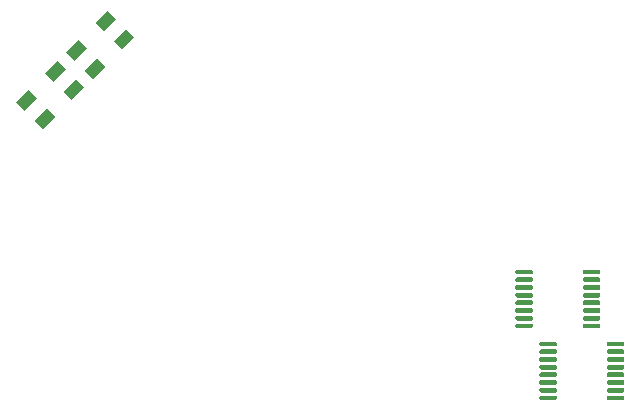
<source format=gbr>
%TF.GenerationSoftware,KiCad,Pcbnew,5.1.9*%
%TF.CreationDate,2021-04-14T19:17:29+02:00*%
%TF.ProjectId,custom-pcb,63757374-6f6d-42d7-9063-622e6b696361,rev?*%
%TF.SameCoordinates,Original*%
%TF.FileFunction,Paste,Top*%
%TF.FilePolarity,Positive*%
%FSLAX46Y46*%
G04 Gerber Fmt 4.6, Leading zero omitted, Abs format (unit mm)*
G04 Created by KiCad (PCBNEW 5.1.9) date 2021-04-14 19:17:29*
%MOMM*%
%LPD*%
G01*
G04 APERTURE LIST*
%ADD10C,0.100000*%
G04 APERTURE END LIST*
%TO.C,U2*%
G36*
G01*
X128568000Y-73041000D02*
X128568000Y-73241000D01*
G75*
G02*
X128468000Y-73341000I-100000J0D01*
G01*
X127193000Y-73341000D01*
G75*
G02*
X127093000Y-73241000I0J100000D01*
G01*
X127093000Y-73041000D01*
G75*
G02*
X127193000Y-72941000I100000J0D01*
G01*
X128468000Y-72941000D01*
G75*
G02*
X128568000Y-73041000I0J-100000D01*
G01*
G37*
G36*
G01*
X128568000Y-72391000D02*
X128568000Y-72591000D01*
G75*
G02*
X128468000Y-72691000I-100000J0D01*
G01*
X127193000Y-72691000D01*
G75*
G02*
X127093000Y-72591000I0J100000D01*
G01*
X127093000Y-72391000D01*
G75*
G02*
X127193000Y-72291000I100000J0D01*
G01*
X128468000Y-72291000D01*
G75*
G02*
X128568000Y-72391000I0J-100000D01*
G01*
G37*
G36*
G01*
X128568000Y-71741000D02*
X128568000Y-71941000D01*
G75*
G02*
X128468000Y-72041000I-100000J0D01*
G01*
X127193000Y-72041000D01*
G75*
G02*
X127093000Y-71941000I0J100000D01*
G01*
X127093000Y-71741000D01*
G75*
G02*
X127193000Y-71641000I100000J0D01*
G01*
X128468000Y-71641000D01*
G75*
G02*
X128568000Y-71741000I0J-100000D01*
G01*
G37*
G36*
G01*
X128568000Y-71091000D02*
X128568000Y-71291000D01*
G75*
G02*
X128468000Y-71391000I-100000J0D01*
G01*
X127193000Y-71391000D01*
G75*
G02*
X127093000Y-71291000I0J100000D01*
G01*
X127093000Y-71091000D01*
G75*
G02*
X127193000Y-70991000I100000J0D01*
G01*
X128468000Y-70991000D01*
G75*
G02*
X128568000Y-71091000I0J-100000D01*
G01*
G37*
G36*
G01*
X128568000Y-70441000D02*
X128568000Y-70641000D01*
G75*
G02*
X128468000Y-70741000I-100000J0D01*
G01*
X127193000Y-70741000D01*
G75*
G02*
X127093000Y-70641000I0J100000D01*
G01*
X127093000Y-70441000D01*
G75*
G02*
X127193000Y-70341000I100000J0D01*
G01*
X128468000Y-70341000D01*
G75*
G02*
X128568000Y-70441000I0J-100000D01*
G01*
G37*
G36*
G01*
X128568000Y-69791000D02*
X128568000Y-69991000D01*
G75*
G02*
X128468000Y-70091000I-100000J0D01*
G01*
X127193000Y-70091000D01*
G75*
G02*
X127093000Y-69991000I0J100000D01*
G01*
X127093000Y-69791000D01*
G75*
G02*
X127193000Y-69691000I100000J0D01*
G01*
X128468000Y-69691000D01*
G75*
G02*
X128568000Y-69791000I0J-100000D01*
G01*
G37*
G36*
G01*
X128568000Y-69141000D02*
X128568000Y-69341000D01*
G75*
G02*
X128468000Y-69441000I-100000J0D01*
G01*
X127193000Y-69441000D01*
G75*
G02*
X127093000Y-69341000I0J100000D01*
G01*
X127093000Y-69141000D01*
G75*
G02*
X127193000Y-69041000I100000J0D01*
G01*
X128468000Y-69041000D01*
G75*
G02*
X128568000Y-69141000I0J-100000D01*
G01*
G37*
G36*
G01*
X128568000Y-68491000D02*
X128568000Y-68691000D01*
G75*
G02*
X128468000Y-68791000I-100000J0D01*
G01*
X127193000Y-68791000D01*
G75*
G02*
X127093000Y-68691000I0J100000D01*
G01*
X127093000Y-68491000D01*
G75*
G02*
X127193000Y-68391000I100000J0D01*
G01*
X128468000Y-68391000D01*
G75*
G02*
X128568000Y-68491000I0J-100000D01*
G01*
G37*
G36*
G01*
X122843000Y-68491000D02*
X122843000Y-68691000D01*
G75*
G02*
X122743000Y-68791000I-100000J0D01*
G01*
X121468000Y-68791000D01*
G75*
G02*
X121368000Y-68691000I0J100000D01*
G01*
X121368000Y-68491000D01*
G75*
G02*
X121468000Y-68391000I100000J0D01*
G01*
X122743000Y-68391000D01*
G75*
G02*
X122843000Y-68491000I0J-100000D01*
G01*
G37*
G36*
G01*
X122843000Y-69141000D02*
X122843000Y-69341000D01*
G75*
G02*
X122743000Y-69441000I-100000J0D01*
G01*
X121468000Y-69441000D01*
G75*
G02*
X121368000Y-69341000I0J100000D01*
G01*
X121368000Y-69141000D01*
G75*
G02*
X121468000Y-69041000I100000J0D01*
G01*
X122743000Y-69041000D01*
G75*
G02*
X122843000Y-69141000I0J-100000D01*
G01*
G37*
G36*
G01*
X122843000Y-69791000D02*
X122843000Y-69991000D01*
G75*
G02*
X122743000Y-70091000I-100000J0D01*
G01*
X121468000Y-70091000D01*
G75*
G02*
X121368000Y-69991000I0J100000D01*
G01*
X121368000Y-69791000D01*
G75*
G02*
X121468000Y-69691000I100000J0D01*
G01*
X122743000Y-69691000D01*
G75*
G02*
X122843000Y-69791000I0J-100000D01*
G01*
G37*
G36*
G01*
X122843000Y-70441000D02*
X122843000Y-70641000D01*
G75*
G02*
X122743000Y-70741000I-100000J0D01*
G01*
X121468000Y-70741000D01*
G75*
G02*
X121368000Y-70641000I0J100000D01*
G01*
X121368000Y-70441000D01*
G75*
G02*
X121468000Y-70341000I100000J0D01*
G01*
X122743000Y-70341000D01*
G75*
G02*
X122843000Y-70441000I0J-100000D01*
G01*
G37*
G36*
G01*
X122843000Y-71091000D02*
X122843000Y-71291000D01*
G75*
G02*
X122743000Y-71391000I-100000J0D01*
G01*
X121468000Y-71391000D01*
G75*
G02*
X121368000Y-71291000I0J100000D01*
G01*
X121368000Y-71091000D01*
G75*
G02*
X121468000Y-70991000I100000J0D01*
G01*
X122743000Y-70991000D01*
G75*
G02*
X122843000Y-71091000I0J-100000D01*
G01*
G37*
G36*
G01*
X122843000Y-71741000D02*
X122843000Y-71941000D01*
G75*
G02*
X122743000Y-72041000I-100000J0D01*
G01*
X121468000Y-72041000D01*
G75*
G02*
X121368000Y-71941000I0J100000D01*
G01*
X121368000Y-71741000D01*
G75*
G02*
X121468000Y-71641000I100000J0D01*
G01*
X122743000Y-71641000D01*
G75*
G02*
X122843000Y-71741000I0J-100000D01*
G01*
G37*
G36*
G01*
X122843000Y-72391000D02*
X122843000Y-72591000D01*
G75*
G02*
X122743000Y-72691000I-100000J0D01*
G01*
X121468000Y-72691000D01*
G75*
G02*
X121368000Y-72591000I0J100000D01*
G01*
X121368000Y-72391000D01*
G75*
G02*
X121468000Y-72291000I100000J0D01*
G01*
X122743000Y-72291000D01*
G75*
G02*
X122843000Y-72391000I0J-100000D01*
G01*
G37*
G36*
G01*
X122843000Y-73041000D02*
X122843000Y-73241000D01*
G75*
G02*
X122743000Y-73341000I-100000J0D01*
G01*
X121468000Y-73341000D01*
G75*
G02*
X121368000Y-73241000I0J100000D01*
G01*
X121368000Y-73041000D01*
G75*
G02*
X121468000Y-72941000I100000J0D01*
G01*
X122743000Y-72941000D01*
G75*
G02*
X122843000Y-73041000I0J-100000D01*
G01*
G37*
%TD*%
%TO.C,U3*%
G36*
G01*
X129125000Y-74787000D02*
X129125000Y-74587000D01*
G75*
G02*
X129225000Y-74487000I100000J0D01*
G01*
X130500000Y-74487000D01*
G75*
G02*
X130600000Y-74587000I0J-100000D01*
G01*
X130600000Y-74787000D01*
G75*
G02*
X130500000Y-74887000I-100000J0D01*
G01*
X129225000Y-74887000D01*
G75*
G02*
X129125000Y-74787000I0J100000D01*
G01*
G37*
G36*
G01*
X129125000Y-75437000D02*
X129125000Y-75237000D01*
G75*
G02*
X129225000Y-75137000I100000J0D01*
G01*
X130500000Y-75137000D01*
G75*
G02*
X130600000Y-75237000I0J-100000D01*
G01*
X130600000Y-75437000D01*
G75*
G02*
X130500000Y-75537000I-100000J0D01*
G01*
X129225000Y-75537000D01*
G75*
G02*
X129125000Y-75437000I0J100000D01*
G01*
G37*
G36*
G01*
X129125000Y-76087000D02*
X129125000Y-75887000D01*
G75*
G02*
X129225000Y-75787000I100000J0D01*
G01*
X130500000Y-75787000D01*
G75*
G02*
X130600000Y-75887000I0J-100000D01*
G01*
X130600000Y-76087000D01*
G75*
G02*
X130500000Y-76187000I-100000J0D01*
G01*
X129225000Y-76187000D01*
G75*
G02*
X129125000Y-76087000I0J100000D01*
G01*
G37*
G36*
G01*
X129125000Y-76737000D02*
X129125000Y-76537000D01*
G75*
G02*
X129225000Y-76437000I100000J0D01*
G01*
X130500000Y-76437000D01*
G75*
G02*
X130600000Y-76537000I0J-100000D01*
G01*
X130600000Y-76737000D01*
G75*
G02*
X130500000Y-76837000I-100000J0D01*
G01*
X129225000Y-76837000D01*
G75*
G02*
X129125000Y-76737000I0J100000D01*
G01*
G37*
G36*
G01*
X129125000Y-77387000D02*
X129125000Y-77187000D01*
G75*
G02*
X129225000Y-77087000I100000J0D01*
G01*
X130500000Y-77087000D01*
G75*
G02*
X130600000Y-77187000I0J-100000D01*
G01*
X130600000Y-77387000D01*
G75*
G02*
X130500000Y-77487000I-100000J0D01*
G01*
X129225000Y-77487000D01*
G75*
G02*
X129125000Y-77387000I0J100000D01*
G01*
G37*
G36*
G01*
X129125000Y-78037000D02*
X129125000Y-77837000D01*
G75*
G02*
X129225000Y-77737000I100000J0D01*
G01*
X130500000Y-77737000D01*
G75*
G02*
X130600000Y-77837000I0J-100000D01*
G01*
X130600000Y-78037000D01*
G75*
G02*
X130500000Y-78137000I-100000J0D01*
G01*
X129225000Y-78137000D01*
G75*
G02*
X129125000Y-78037000I0J100000D01*
G01*
G37*
G36*
G01*
X129125000Y-78687000D02*
X129125000Y-78487000D01*
G75*
G02*
X129225000Y-78387000I100000J0D01*
G01*
X130500000Y-78387000D01*
G75*
G02*
X130600000Y-78487000I0J-100000D01*
G01*
X130600000Y-78687000D01*
G75*
G02*
X130500000Y-78787000I-100000J0D01*
G01*
X129225000Y-78787000D01*
G75*
G02*
X129125000Y-78687000I0J100000D01*
G01*
G37*
G36*
G01*
X129125000Y-79337000D02*
X129125000Y-79137000D01*
G75*
G02*
X129225000Y-79037000I100000J0D01*
G01*
X130500000Y-79037000D01*
G75*
G02*
X130600000Y-79137000I0J-100000D01*
G01*
X130600000Y-79337000D01*
G75*
G02*
X130500000Y-79437000I-100000J0D01*
G01*
X129225000Y-79437000D01*
G75*
G02*
X129125000Y-79337000I0J100000D01*
G01*
G37*
G36*
G01*
X123400000Y-79337000D02*
X123400000Y-79137000D01*
G75*
G02*
X123500000Y-79037000I100000J0D01*
G01*
X124775000Y-79037000D01*
G75*
G02*
X124875000Y-79137000I0J-100000D01*
G01*
X124875000Y-79337000D01*
G75*
G02*
X124775000Y-79437000I-100000J0D01*
G01*
X123500000Y-79437000D01*
G75*
G02*
X123400000Y-79337000I0J100000D01*
G01*
G37*
G36*
G01*
X123400000Y-78687000D02*
X123400000Y-78487000D01*
G75*
G02*
X123500000Y-78387000I100000J0D01*
G01*
X124775000Y-78387000D01*
G75*
G02*
X124875000Y-78487000I0J-100000D01*
G01*
X124875000Y-78687000D01*
G75*
G02*
X124775000Y-78787000I-100000J0D01*
G01*
X123500000Y-78787000D01*
G75*
G02*
X123400000Y-78687000I0J100000D01*
G01*
G37*
G36*
G01*
X123400000Y-78037000D02*
X123400000Y-77837000D01*
G75*
G02*
X123500000Y-77737000I100000J0D01*
G01*
X124775000Y-77737000D01*
G75*
G02*
X124875000Y-77837000I0J-100000D01*
G01*
X124875000Y-78037000D01*
G75*
G02*
X124775000Y-78137000I-100000J0D01*
G01*
X123500000Y-78137000D01*
G75*
G02*
X123400000Y-78037000I0J100000D01*
G01*
G37*
G36*
G01*
X123400000Y-77387000D02*
X123400000Y-77187000D01*
G75*
G02*
X123500000Y-77087000I100000J0D01*
G01*
X124775000Y-77087000D01*
G75*
G02*
X124875000Y-77187000I0J-100000D01*
G01*
X124875000Y-77387000D01*
G75*
G02*
X124775000Y-77487000I-100000J0D01*
G01*
X123500000Y-77487000D01*
G75*
G02*
X123400000Y-77387000I0J100000D01*
G01*
G37*
G36*
G01*
X123400000Y-76737000D02*
X123400000Y-76537000D01*
G75*
G02*
X123500000Y-76437000I100000J0D01*
G01*
X124775000Y-76437000D01*
G75*
G02*
X124875000Y-76537000I0J-100000D01*
G01*
X124875000Y-76737000D01*
G75*
G02*
X124775000Y-76837000I-100000J0D01*
G01*
X123500000Y-76837000D01*
G75*
G02*
X123400000Y-76737000I0J100000D01*
G01*
G37*
G36*
G01*
X123400000Y-76087000D02*
X123400000Y-75887000D01*
G75*
G02*
X123500000Y-75787000I100000J0D01*
G01*
X124775000Y-75787000D01*
G75*
G02*
X124875000Y-75887000I0J-100000D01*
G01*
X124875000Y-76087000D01*
G75*
G02*
X124775000Y-76187000I-100000J0D01*
G01*
X123500000Y-76187000D01*
G75*
G02*
X123400000Y-76087000I0J100000D01*
G01*
G37*
G36*
G01*
X123400000Y-75437000D02*
X123400000Y-75237000D01*
G75*
G02*
X123500000Y-75137000I100000J0D01*
G01*
X124775000Y-75137000D01*
G75*
G02*
X124875000Y-75237000I0J-100000D01*
G01*
X124875000Y-75437000D01*
G75*
G02*
X124775000Y-75537000I-100000J0D01*
G01*
X123500000Y-75537000D01*
G75*
G02*
X123400000Y-75437000I0J100000D01*
G01*
G37*
G36*
G01*
X123400000Y-74787000D02*
X123400000Y-74587000D01*
G75*
G02*
X123500000Y-74487000I100000J0D01*
G01*
X124775000Y-74487000D01*
G75*
G02*
X124875000Y-74587000I0J-100000D01*
G01*
X124875000Y-74787000D01*
G75*
G02*
X124775000Y-74887000I-100000J0D01*
G01*
X123500000Y-74887000D01*
G75*
G02*
X123400000Y-74787000I0J100000D01*
G01*
G37*
%TD*%
D10*
%TO.C,SW10*%
G36*
X79778067Y-54929170D02*
G01*
X79070961Y-54222064D01*
X80131621Y-53161404D01*
X80838727Y-53868510D01*
X79778067Y-54929170D01*
G37*
G36*
X81333702Y-56484805D02*
G01*
X80626596Y-55777699D01*
X81687256Y-54717039D01*
X82394362Y-55424145D01*
X81333702Y-56484805D01*
G37*
G36*
X83808575Y-54009932D02*
G01*
X83101469Y-53302826D01*
X84162129Y-52242166D01*
X84869235Y-52949272D01*
X83808575Y-54009932D01*
G37*
G36*
X82252940Y-52454297D02*
G01*
X81545834Y-51747191D01*
X82606494Y-50686531D01*
X83313600Y-51393637D01*
X82252940Y-52454297D01*
G37*
%TD*%
%TO.C,SW11*%
G36*
X86495581Y-48211657D02*
G01*
X85788475Y-47504551D01*
X86849135Y-46443891D01*
X87556241Y-47150997D01*
X86495581Y-48211657D01*
G37*
G36*
X88051216Y-49767292D02*
G01*
X87344110Y-49060186D01*
X88404770Y-47999526D01*
X89111876Y-48706632D01*
X88051216Y-49767292D01*
G37*
G36*
X85576343Y-52242165D02*
G01*
X84869237Y-51535059D01*
X85929897Y-50474399D01*
X86637003Y-51181505D01*
X85576343Y-52242165D01*
G37*
G36*
X84020708Y-50686530D02*
G01*
X83313602Y-49979424D01*
X84374262Y-48918764D01*
X85081368Y-49625870D01*
X84020708Y-50686530D01*
G37*
%TD*%
M02*

</source>
